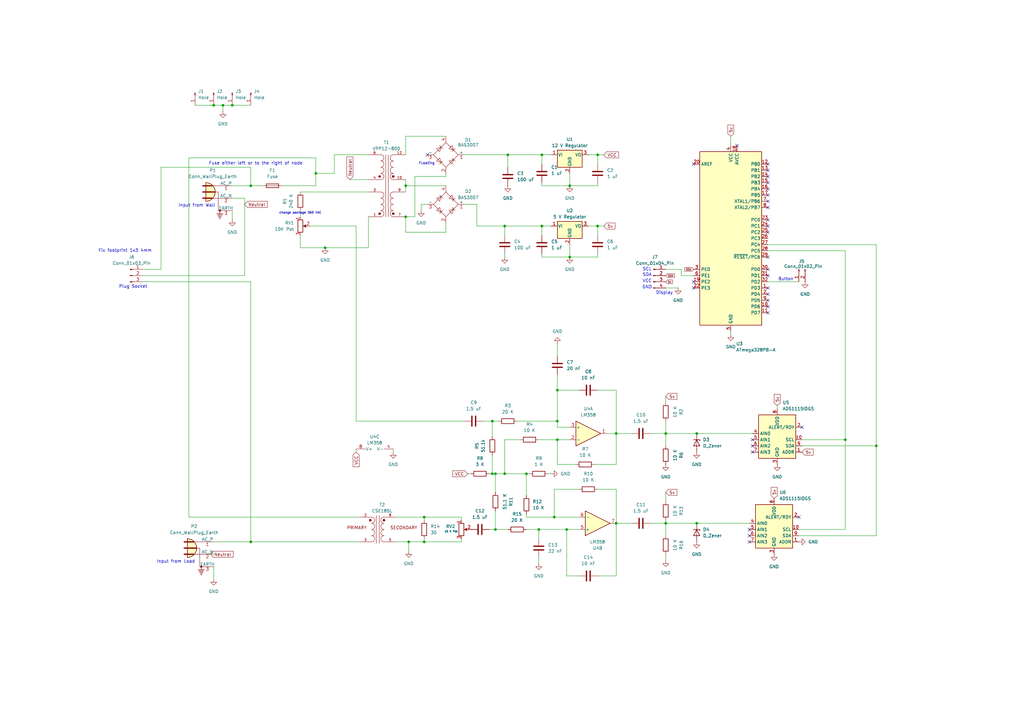
<source format=kicad_sch>
(kicad_sch (version 20231120) (generator "eeschema") (generator_version "8.0")
  (paper "A3")
  (lib_symbols
    (symbol "Amplifier_Operational:LM358" (pin_names (offset 0.127))
      (property "Reference" "U" (at 0 5.08 0))
      (property "Value" "LM358" (at 0 -5.08 0))
      (symbol "LM358_1_1"
        (pin output line (at 7.62 0 180) (length 2.54) (name "~") (number "1"))
        (pin input line (at -7.62 -2.54 0) (length 2.54) (name "-") (number "2"))
        (pin input line (at -7.62 2.54 0) (length 2.54) (name "+") (number "3"))
      )
      (symbol "LM358_2_1"
        (pin input line (at -7.62 2.54 0) (length 2.54) (name "+") (number "5"))
        (pin input line (at -7.62 -2.54 0) (length 2.54) (name "-") (number "6"))
        (pin output line (at 7.62 0 180) (length 2.54) (name "~") (number "7"))
      )
      (symbol "LM358_3_1"
        (pin power_in line (at -2.54 -7.62 90) (length 3.81) (name "V-") (number "4"))
        (pin power_in line (at -2.54 7.62 270) (length 3.81) (name "V+") (number "8"))
      )
    )
    (symbol "Analog_ADC:ADS1115IDGS"
      (property "Reference" "U" (at 2.54 13.97 0))
      (property "Value" "ADS1115IDGS" (at 7.62 11.43 0))
      (symbol "ADS1115IDGS_1_1"
        (pin input line (at 10.16 -5.08 180) (length 2.54) (name "ADDR") (number "1"))
        (pin input line (at 10.16 0 180) (length 2.54) (name "SCL") (number "10"))
        (pin output line (at 10.16 5.08 180) (length 2.54) (name "ALERT/RDY") (number "2"))
        (pin power_in line (at 0 -10.16 90) (length 2.54) (name "GND") (number "3"))
        (pin input line (at -10.16 2.54 0) (length 2.54) (name "AIN0") (number "4"))
        (pin input line (at -10.16 0 0) (length 2.54) (name "AIN1") (number "5"))
        (pin input line (at -10.16 -2.54 0) (length 2.54) (name "AIN2") (number "6"))
        (pin input line (at -10.16 -5.08 0) (length 2.54) (name "AIN3") (number "7"))
        (pin power_in line (at 0 12.7 270) (length 2.54) (name "VDD") (number "8"))
        (pin bidirectional line (at 10.16 -2.54 180) (length 2.54) (name "SDA") (number "9"))
      )
    )
    (symbol "CSE185L:CSE185L" (pin_names (offset 1.016))
      (property "Reference" "T" (at -5.0839 7.6279 0))
      (property "Value" "CSE185L" (at -5.0814 -7.6227 0))
      (symbol "CSE185L_0_0"
        (text "PRIMARY" (at -12.7 0 0) (effects (font (size 1.27 1.27)) (justify left bottom)))
        (text "SECONDARY" (at 5.08 0 0) (effects (font (size 1.27 1.27)) (justify left bottom)))
        (pin passive line (at -7.62 5.08 0) (length 5.08) (name "~") (number "2"))
        (pin passive line (at -7.62 -5.08 0) (length 5.08) (name "~") (number "3"))
        (pin passive line (at 7.62 -5.08 180) (length 5.08) (name "~") (number "5"))
        (pin passive line (at 7.62 5.08 180) (length 5.08) (name "~") (number "8"))
      )
    )
    (symbol "Connector:Conn_01x01_Pin" (pin_names (offset 1.016) hide)
      (property "Reference" "J" (at 0 2.54 0))
      (property "Value" "Conn_01x01_Pin" (at 0 -2.54 0))
      (symbol "Conn_01x01_Pin_1_1"
        (pin passive line (at 5.08 0 180) (length 3.81) (name "Pin_1") (number "1"))
      )
    )
    (symbol "Connector:Conn_01x02_Pin" (pin_names (offset 1.016) hide)
      (property "Reference" "J" (at 0 2.54 0))
      (property "Value" "Conn_01x02_Pin" (at 0 -5.08 0))
      (symbol "Conn_01x02_Pin_1_1"
        (pin passive line (at 5.08 0 180) (length 3.81) (name "Pin_1") (number "1"))
        (pin passive line (at 5.08 -2.54 180) (length 3.81) (name "Pin_2") (number "2"))
      )
    )
    (symbol "Connector:Conn_01x03_Pin" (pin_names (offset 1.016) hide)
      (property "Reference" "J" (at 0 5.08 0))
      (property "Value" "Conn_01x03_Pin" (at 0 -5.08 0))
      (symbol "Conn_01x03_Pin_1_1"
        (pin passive line (at 5.08 2.54 180) (length 3.81) (name "Pin_1") (number "1"))
        (pin passive line (at 5.08 0 180) (length 3.81) (name "Pin_2") (number "2"))
        (pin passive line (at 5.08 -2.54 180) (length 3.81) (name "Pin_3") (number "3"))
      )
    )
    (symbol "Connector:Conn_01x04_Pin" (pin_names (offset 1.016) hide)
      (property "Reference" "J" (at 0 5.08 0))
      (property "Value" "Conn_01x04_Pin" (at 0 -7.62 0))
      (symbol "Conn_01x04_Pin_1_1"
        (pin passive line (at 5.08 2.54 180) (length 3.81) (name "Pin_1") (number "1"))
        (pin passive line (at 5.08 0 180) (length 3.81) (name "Pin_2") (number "2"))
        (pin passive line (at 5.08 -2.54 180) (length 3.81) (name "Pin_3") (number "3"))
        (pin passive line (at 5.08 -5.08 180) (length 3.81) (name "Pin_4") (number "4"))
      )
    )
    (symbol "Connector:Conn_WallPlug_Earth" (pin_names (offset 0))
      (property "Reference" "P" (at 0 3.81 0))
      (property "Value" "Conn_WallPlug_Earth" (at -5.08 0 90))
      (symbol "Conn_WallPlug_Earth_1_1"
        (pin power_out line (at 7.62 2.54 180) (length 5.08) (name "AC_P") (number "1"))
        (pin power_out line (at 7.62 -2.54 180) (length 5.08) (name "AC_N") (number "2"))
        (pin passive line (at 7.62 -7.62 180) (length 5.08) (name "EARTH") (number "3"))
      )
    )
    (symbol "Device:C" (pin_numbers hide) (pin_names (offset 0.254))
      (property "Reference" "C" (at 0.635 2.54 0))
      (property "Value" "C" (at 0.635 -2.54 0))
      (symbol "C_1_1"
        (pin passive line (at 0 3.81 270) (length 2.794) (name "~") (number "1"))
        (pin passive line (at 0 -3.81 90) (length 2.794) (name "~") (number "2"))
      )
    )
    (symbol "Device:D_Zener" (pin_numbers hide) (pin_names (offset 1.016) hide)
      (property "Reference" "D" (at 0 2.54 0))
      (property "Value" "D_Zener" (at 0 -2.54 0))
      (symbol "D_Zener_1_1"
        (pin passive line (at -3.81 0 0) (length 2.54) (name "K") (number "1"))
        (pin passive line (at 3.81 0 180) (length 2.54) (name "A") (number "2"))
      )
    )
    (symbol "Device:Fuse" (pin_numbers hide) (pin_names (offset 0))
      (property "Reference" "F" (at 2.032 0 90))
      (property "Value" "Fuse" (at -1.905 0 90))
      (symbol "Fuse_1_1"
        (pin passive line (at 0 3.81 270) (length 1.27) (name "~") (number "1"))
        (pin passive line (at 0 -3.81 90) (length 1.27) (name "~") (number "2"))
      )
    )
    (symbol "Device:R" (pin_numbers hide) (pin_names (offset 0))
      (property "Reference" "R" (at 2.032 0 90))
      (property "Value" "R" (at 0 0 90))
      (symbol "R_1_1"
        (pin passive line (at 0 3.81 270) (length 1.27) (name "~") (number "1"))
        (pin passive line (at 0 -3.81 90) (length 1.27) (name "~") (number "2"))
      )
    )
    (symbol "Device:R_Potentiometer" (pin_names (offset 1.016) hide)
      (property "Reference" "RV" (at -4.445 0 90))
      (property "Value" "R_Potentiometer" (at -2.54 0 90))
      (symbol "R_Potentiometer_1_1"
        (pin passive line (at 0 3.81 270) (length 1.27) (name "1") (number "1"))
        (pin passive line (at 3.81 0 180) (length 1.27) (name "2") (number "2"))
        (pin passive line (at 0 -3.81 90) (length 1.27) (name "3") (number "3"))
      )
    )
    (symbol "Diode_Bridge:W04G" (pin_names (offset 0))
      (property "Reference" "D" (at 2.54 6.985 0))
      (property "Value" "W04G" (at 2.54 5.08 0))
      (symbol "W04G_1_1"
        (pin passive line (at 7.62 0 180) (length 2.54) (name "+") (number "1"))
        (pin passive line (at 0 -7.62 90) (length 2.54) (name "~") (number "2"))
        (pin passive line (at -7.62 0 0) (length 2.54) (name "-") (number "3"))
        (pin passive line (at 0 7.62 270) (length 2.54) (name "~") (number "4"))
      )
    )
    (symbol "MCU_Microchip_ATmega:ATmega328PB-A"
      (property "Reference" "U" (at -12.7 36.83 0))
      (property "Value" "ATmega328PB-A" (at 2.54 -36.83 0))
      (symbol "ATmega328PB-A_1_1"
        (pin bidirectional line (at 15.24 -20.32 180) (length 2.54) (name "PD3") (number "1"))
        (pin bidirectional line (at 15.24 -27.94 180) (length 2.54) (name "PD6") (number "10"))
        (pin bidirectional line (at 15.24 -30.48 180) (length 2.54) (name "PD7") (number "11"))
        (pin bidirectional line (at 15.24 30.48 180) (length 2.54) (name "PB0") (number "12"))
        (pin bidirectional line (at 15.24 27.94 180) (length 2.54) (name "PB1") (number "13"))
        (pin bidirectional line (at 15.24 25.4 180) (length 2.54) (name "PB2") (number "14"))
        (pin bidirectional line (at 15.24 22.86 180) (length 2.54) (name "PB3") (number "15"))
        (pin bidirectional line (at 15.24 20.32 180) (length 2.54) (name "PB4") (number "16"))
        (pin bidirectional line (at 15.24 17.78 180) (length 2.54) (name "PB5") (number "17"))
        (pin power_in line (at 2.54 38.1 270) (length 2.54) (name "AVCC") (number "18"))
        (pin bidirectional line (at -15.24 -17.78 0) (length 2.54) (name "PE2") (number "19"))
        (pin bidirectional line (at 15.24 -22.86 180) (length 2.54) (name "PD4") (number "2"))
        (pin passive line (at -15.24 30.48 0) (length 2.54) (name "AREF") (number "20"))
        (pin passive line (at 0 -38.1 90) (length 2.54) hide (name "GND") (number "21"))
        (pin bidirectional line (at -15.24 -20.32 0) (length 2.54) (name "PE3") (number "22"))
        (pin bidirectional line (at 15.24 7.62 180) (length 2.54) (name "PC0") (number "23"))
        (pin bidirectional line (at 15.24 5.08 180) (length 2.54) (name "PC1") (number "24"))
        (pin bidirectional line (at 15.24 2.54 180) (length 2.54) (name "PC2") (number "25"))
        (pin bidirectional line (at 15.24 0 180) (length 2.54) (name "PC3") (number "26"))
        (pin bidirectional line (at 15.24 -2.54 180) (length 2.54) (name "PC4") (number "27"))
        (pin bidirectional line (at 15.24 -5.08 180) (length 2.54) (name "PC5") (number "28"))
        (pin bidirectional line (at 15.24 -7.62 180) (length 2.54) (name "~{RESET}/PC6") (number "29"))
        (pin bidirectional line (at -15.24 -12.7 0) (length 2.54) (name "PE0") (number "3"))
        (pin bidirectional line (at 15.24 -12.7 180) (length 2.54) (name "PD0") (number "30"))
        (pin bidirectional line (at 15.24 -15.24 180) (length 2.54) (name "PD1") (number "31"))
        (pin bidirectional line (at 15.24 -17.78 180) (length 2.54) (name "PD2") (number "32"))
        (pin power_in line (at 0 38.1 270) (length 2.54) (name "VCC") (number "4"))
        (pin power_in line (at 0 -38.1 90) (length 2.54) (name "GND") (number "5"))
        (pin bidirectional line (at -15.24 -15.24 0) (length 2.54) (name "PE1") (number "6"))
        (pin bidirectional line (at 15.24 15.24 180) (length 2.54) (name "XTAL1/PB6") (number "7"))
        (pin bidirectional line (at 15.24 12.7 180) (length 2.54) (name "XTAL2/PB7") (number "8"))
        (pin bidirectional line (at 15.24 -25.4 180) (length 2.54) (name "PD5") (number "9"))
      )
    )
    (symbol "Regulator_Linear:LF15_TO220" (pin_names (offset 0.254))
      (property "Reference" "U" (at -3.81 3.175 0))
      (property "Value" "LF15_TO220" (at 0 3.175 0))
      (symbol "LF15_TO220_1_1"
        (pin power_in line (at -7.62 0 0) (length 2.54) (name "VI") (number "1"))
        (pin power_in line (at 0 -7.62 90) (length 2.54) (name "GND") (number "2"))
        (pin power_out line (at 7.62 0 180) (length 2.54) (name "VO") (number "3"))
      )
    )
    (symbol "VPP12-800:VPP12-800" (pin_names (offset 1.016))
      (property "Reference" "T" (at -5.0839 15.2479 0))
      (property "Value" "VPP12-800" (at -5.0814 -17.7827 0))
      (symbol "VPP12-800_0_0"
        (pin passive line (at -7.62 -12.7 0) (length 5.08) (name "~") (number "1"))
        (pin passive line (at 7.62 2.54 180) (length 5.08) (name "~") (number "10"))
        (pin passive line (at 7.62 12.7 180) (length 5.08) (name "~") (number "12"))
        (pin passive line (at -7.62 -2.54 0) (length 5.08) (name "~") (number "3"))
        (pin passive line (at -7.62 2.54 0) (length 5.08) (name "~") (number "4"))
        (pin passive line (at -7.62 12.7 0) (length 5.08) (name "~") (number "6"))
        (pin passive line (at 7.62 -12.7 180) (length 5.08) (name "~") (number "7"))
        (pin passive line (at 7.62 -2.54 180) (length 5.08) (name "~") (number "9"))
      )
    )
    (symbol "power:GND" (power) (pin_numbers hide) (pin_names (offset 0) hide)
      (property "Value" "GND" (at 0 -3.81 0))
      (symbol "GND_1_1"
        (pin power_in line (at 0 0 270) (length 0) (name "~") (number "1"))
      )
    )
  )
  (junction (at 201.93 194.31))
  (junction (at 201.93 172.72))
  (junction (at 133.35 101.6))
  (junction (at 208.28 63.5))
  (junction (at 222.25 63.5))
  (junction (at 220.98 217.17))
  (junction (at 228.6 180.34))
  (junction (at 359.41 182.88))
  (junction (at 102.87 222.25))
  (junction (at 129.54 71.12))
  (junction (at 273.05 214.63))
  (junction (at 207.01 194.31))
  (junction (at 273.05 177.8))
  (junction (at 166.37 88.9))
  (junction (at 228.6 172.72))
  (junction (at 173.99 212.09))
  (junction (at 87.63 43.18))
  (junction (at 102.87 76.2))
  (junction (at 252.73 177.8))
  (junction (at 245.11 63.5))
  (junction (at 203.2 217.17))
  (junction (at 207.01 92.71))
  (junction (at 285.75 177.8))
  (junction (at 167.64 222.25))
  (junction (at 203.2 194.31))
  (junction (at 232.41 217.17))
  (junction (at 233.68 105.41))
  (junction (at 285.75 214.63))
  (junction (at 227.33 212.09))
  (junction (at 166.37 76.2))
  (junction (at 245.11 92.71))
  (junction (at 95.25 43.18))
  (junction (at 228.6 160.02))
  (junction (at 215.9 194.31))
  (junction (at 233.68 76.2))
  (junction (at 252.73 214.63))
  (junction (at 173.99 222.25))
  (junction (at 346.71 180.34))
  (junction (at 91.44 43.18))
  (junction (at 222.25 92.71))
  (no_connect (at 314.96 74.93))
  (no_connect (at 327.66 212.09))
  (no_connect (at 314.96 113.03))
  (no_connect (at 284.48 115.57))
  (no_connect (at 284.48 118.11))
  (no_connect (at 308.61 185.42))
  (no_connect (at 314.96 95.25))
  (no_connect (at 314.96 110.49))
  (no_connect (at 308.61 182.88))
  (no_connect (at 284.48 67.31))
  (no_connect (at 328.93 175.26))
  (no_connect (at 314.96 90.17))
  (no_connect (at 307.34 217.17))
  (no_connect (at 314.96 123.19))
  (no_connect (at 175.26 63.5))
  (no_connect (at 307.34 222.25))
  (no_connect (at 308.61 180.34))
  (no_connect (at 314.96 67.31))
  (no_connect (at 314.96 92.71))
  (no_connect (at 314.96 105.41))
  (no_connect (at 314.96 118.11))
  (no_connect (at 314.96 120.65))
  (no_connect (at 314.96 72.39))
  (no_connect (at 314.96 128.27))
  (no_connect (at 307.34 219.71))
  (no_connect (at 314.96 125.73))
  (no_connect (at 302.26 59.69))
  (no_connect (at 314.96 82.55))
  (no_connect (at 314.96 80.01))
  (no_connect (at 314.96 69.85))
  (no_connect (at 314.96 77.47))
  (no_connect (at 314.96 85.09))
  (wire (pts (xy 243.84 190.5) (xy 252.73 190.5)))
  (wire (pts (xy 299.72 55.88) (xy 299.72 59.69)))
  (wire (pts (xy 207.01 194.31) (xy 207.01 180.34)))
  (wire (pts (xy 166.37 63.5) (xy 166.37 55.88)))
  (wire (pts (xy 172.72 83.82) (xy 172.72 86.36)))
  (wire (pts (xy 102.87 115.57) (xy 58.42 115.57)))
  (wire (pts (xy 232.41 217.17) (xy 232.41 236.22)))
  (wire (pts (xy 129.54 76.2) (xy 129.54 71.12)))
  (wire (pts (xy 273.05 172.72) (xy 273.05 177.8)))
  (wire (pts (xy 359.41 100.33) (xy 359.41 182.88)))
  (wire (pts (xy 66.04 68.58) (xy 66.04 110.49)))
  (wire (pts (xy 143.51 73.66) (xy 151.13 73.66)))
  (wire (pts (xy 166.37 95.25) (xy 182.88 95.25)))
  (wire (pts (xy 346.71 180.34) (xy 328.93 180.34)))
  (wire (pts (xy 166.37 55.88) (xy 182.88 55.88)))
  (wire (pts (xy 201.93 172.72) (xy 204.47 172.72)))
  (wire (pts (xy 222.25 92.71) (xy 226.06 92.71)))
  (wire (pts (xy 189.23 220.98) (xy 189.23 222.25)))
  (wire (pts (xy 252.73 190.5) (xy 252.73 177.8)))
  (wire (pts (xy 173.99 212.09) (xy 189.23 212.09)))
  (wire (pts (xy 195.58 92.71) (xy 207.01 92.71)))
  (wire (pts (xy 222.25 63.5) (xy 226.06 63.5)))
  (wire (pts (xy 220.98 217.17) (xy 220.98 220.98)))
  (wire (pts (xy 201.93 194.31) (xy 203.2 194.31)))
  (wire (pts (xy 102.87 222.25) (xy 102.87 115.57)))
  (wire (pts (xy 346.71 102.87) (xy 314.96 102.87)))
  (wire (pts (xy 228.6 172.72) (xy 228.6 175.26)))
  (wire (pts (xy 127 92.71) (xy 146.05 92.71)))
  (wire (pts (xy 207.01 96.52) (xy 207.01 92.71)))
  (wire (pts (xy 273.05 177.8) (xy 285.75 177.8)))
  (wire (pts (xy 133.35 101.6) (xy 151.13 101.6)))
  (wire (pts (xy 190.5 83.82) (xy 195.58 83.82)))
  (wire (pts (xy 175.26 83.82) (xy 172.72 83.82)))
  (wire (pts (xy 215.9 212.09) (xy 215.9 210.82)))
  (wire (pts (xy 58.42 110.49) (xy 66.04 110.49)))
  (wire (pts (xy 327.66 219.71) (xy 359.41 219.71)))
  (wire (pts (xy 346.71 102.87) (xy 346.71 180.34)))
  (wire (pts (xy 200.66 194.31) (xy 201.93 194.31)))
  (wire (pts (xy 227.33 200.66) (xy 237.49 200.66)))
  (wire (pts (xy 200.66 217.17) (xy 203.2 217.17)))
  (wire (pts (xy 146.05 185.42) (xy 146.05 184.15)))
  (wire (pts (xy 273.05 177.8) (xy 273.05 182.88)))
  (wire (pts (xy 166.37 95.25) (xy 166.37 88.9)))
  (wire (pts (xy 273.05 227.33) (xy 273.05 229.87)))
  (wire (pts (xy 203.2 209.55) (xy 203.2 217.17)))
  (wire (pts (xy 95.25 76.2) (xy 102.87 76.2)))
  (wire (pts (xy 87.63 222.25) (xy 102.87 222.25)))
  (wire (pts (xy 252.73 214.63) (xy 259.08 214.63)))
  (wire (pts (xy 161.29 184.15) (xy 161.29 185.42)))
  (wire (pts (xy 123.19 78.74) (xy 151.13 78.74)))
  (wire (pts (xy 222.25 63.5) (xy 222.25 67.31)))
  (wire (pts (xy 245.11 76.2) (xy 245.11 74.93)))
  (wire (pts (xy 278.13 118.11) (xy 273.05 118.11)))
  (wire (pts (xy 166.37 73.66) (xy 166.37 76.2)))
  (wire (pts (xy 137.16 63.5) (xy 151.13 63.5)))
  (wire (pts (xy 245.11 105.41) (xy 245.11 104.14)))
  (wire (pts (xy 146.05 92.71) (xy 146.05 172.72)))
  (wire (pts (xy 273.05 110.49) (xy 279.4 110.49)))
  (wire (pts (xy 227.33 212.09) (xy 227.33 200.66)))
  (wire (pts (xy 215.9 212.09) (xy 227.33 212.09)))
  (wire (pts (xy 189.23 212.09) (xy 189.23 213.36)))
  (wire (pts (xy 166.37 88.9) (xy 170.18 88.9)))
  (wire (pts (xy 273.05 213.36) (xy 273.05 214.63)))
  (wire (pts (xy 91.44 43.18) (xy 95.25 43.18)))
  (wire (pts (xy 266.7 177.8) (xy 273.05 177.8)))
  (wire (pts (xy 328.93 182.88) (xy 359.41 182.88)))
  (wire (pts (xy 314.96 115.57) (xy 327.66 115.57)))
  (wire (pts (xy 245.11 200.66) (xy 252.73 200.66)))
  (wire (pts (xy 102.87 68.58) (xy 102.87 76.2)))
  (wire (pts (xy 247.65 92.71) (xy 245.11 92.71)))
  (wire (pts (xy 327.66 217.17) (xy 346.71 217.17)))
  (wire (pts (xy 228.6 153.67) (xy 228.6 160.02)))
  (wire (pts (xy 203.2 194.31) (xy 207.01 194.31)))
  (wire (pts (xy 232.41 236.22) (xy 237.49 236.22)))
  (wire (pts (xy 129.54 71.12) (xy 129.54 64.77)))
  (wire (pts (xy 233.68 105.41) (xy 245.11 105.41)))
  (wire (pts (xy 190.5 63.5) (xy 208.28 63.5)))
  (wire (pts (xy 273.05 214.63) (xy 285.75 214.63)))
  (wire (pts (xy 203.2 194.31) (xy 203.2 201.93)))
  (wire (pts (xy 95.25 43.18) (xy 102.87 43.18)))
  (wire (pts (xy 222.25 74.93) (xy 222.25 76.2)))
  (wire (pts (xy 233.68 100.33) (xy 233.68 105.41)))
  (wire (pts (xy 123.19 101.6) (xy 133.35 101.6)))
  (wire (pts (xy 220.98 180.34) (xy 228.6 180.34)))
  (wire (pts (xy 228.6 180.34) (xy 233.68 180.34)))
  (wire (pts (xy 222.25 105.41) (xy 222.25 104.14)))
  (wire (pts (xy 232.41 217.17) (xy 237.49 217.17)))
  (wire (pts (xy 220.98 231.14) (xy 220.98 228.6)))
  (wire (pts (xy 80.01 43.18) (xy 87.63 43.18)))
  (wire (pts (xy 233.68 76.2) (xy 245.11 76.2)))
  (wire (pts (xy 170.18 72.39) (xy 182.88 72.39)))
  (wire (pts (xy 95.25 81.28) (xy 100.33 81.28)))
  (wire (pts (xy 273.05 201.93) (xy 273.05 205.74)))
  (wire (pts (xy 224.79 194.31) (xy 226.06 194.31)))
  (wire (pts (xy 245.11 92.71) (xy 241.3 92.71)))
  (wire (pts (xy 346.71 217.17) (xy 346.71 180.34)))
  (wire (pts (xy 217.17 194.31) (xy 215.9 194.31)))
  (wire (pts (xy 245.11 92.71) (xy 245.11 96.52)))
  (wire (pts (xy 203.2 217.17) (xy 208.28 217.17)))
  (wire (pts (xy 166.37 76.2) (xy 166.37 78.74)))
  (wire (pts (xy 87.63 43.18) (xy 91.44 43.18)))
  (wire (pts (xy 252.73 177.8) (xy 259.08 177.8)))
  (wire (pts (xy 222.25 92.71) (xy 222.25 96.52)))
  (wire (pts (xy 189.23 222.25) (xy 173.99 222.25)))
  (wire (pts (xy 266.7 214.63) (xy 273.05 214.63)))
  (wire (pts (xy 123.19 86.36) (xy 123.19 88.9)))
  (wire (pts (xy 167.64 222.25) (xy 167.64 226.06)))
  (wire (pts (xy 215.9 217.17) (xy 220.98 217.17)))
  (wire (pts (xy 198.12 172.72) (xy 201.93 172.72)))
  (wire (pts (xy 273.05 214.63) (xy 273.05 219.71)))
  (wire (pts (xy 245.11 236.22) (xy 252.73 236.22)))
  (wire (pts (xy 102.87 222.25) (xy 147.32 222.25)))
  (wire (pts (xy 228.6 180.34) (xy 228.6 190.5)))
  (wire (pts (xy 182.88 72.39) (xy 182.88 71.12)))
  (wire (pts (xy 245.11 67.31) (xy 245.11 63.5)))
  (wire (pts (xy 212.09 172.72) (xy 228.6 172.72)))
  (wire (pts (xy 228.6 160.02) (xy 237.49 160.02)))
  (wire (pts (xy 173.99 212.09) (xy 173.99 213.36)))
  (wire (pts (xy 100.33 81.28) (xy 100.33 113.03)))
  (wire (pts (xy 100.33 113.03) (xy 58.42 113.03)))
  (wire (pts (xy 123.19 96.52) (xy 123.19 101.6)))
  (wire (pts (xy 129.54 71.12) (xy 137.16 71.12)))
  (wire (pts (xy 182.88 95.25) (xy 182.88 91.44)))
  (wire (pts (xy 208.28 63.5) (xy 208.28 68.58)))
  (wire (pts (xy 162.56 212.09) (xy 173.99 212.09)))
  (wire (pts (xy 245.11 63.5) (xy 247.65 63.5)))
  (wire (pts (xy 207.01 92.71) (xy 222.25 92.71)))
  (wire (pts (xy 252.73 214.63) (xy 252.73 236.22)))
  (wire (pts (xy 233.68 175.26) (xy 228.6 175.26)))
  (wire (pts (xy 359.41 100.33) (xy 314.96 100.33)))
  (wire (pts (xy 208.28 63.5) (xy 222.25 63.5)))
  (wire (pts (xy 87.63 232.41) (xy 87.63 237.49)))
  (wire (pts (xy 95.25 86.36) (xy 95.25 90.17)))
  (wire (pts (xy 222.25 105.41) (xy 233.68 105.41)))
  (wire (pts (xy 233.68 71.12) (xy 233.68 76.2)))
  (wire (pts (xy 273.05 162.56) (xy 273.05 165.1)))
  (wire (pts (xy 91.44 43.18) (xy 91.44 45.72)))
  (wire (pts (xy 359.41 219.71) (xy 359.41 182.88)))
  (wire (pts (xy 167.64 222.25) (xy 162.56 222.25)))
  (wire (pts (xy 166.37 76.2) (xy 182.88 76.2)))
  (wire (pts (xy 285.75 214.63) (xy 307.34 214.63)))
  (wire (pts (xy 220.98 217.17) (xy 232.41 217.17)))
  (wire (pts (xy 129.54 64.77) (xy 77.47 64.77)))
  (wire (pts (xy 207.01 180.34) (xy 213.36 180.34)))
  (wire (pts (xy 279.4 110.49) (xy 279.4 113.03)))
  (wire (pts (xy 215.9 194.31) (xy 215.9 203.2)))
  (wire (pts (xy 252.73 177.8) (xy 252.73 160.02)))
  (wire (pts (xy 201.93 172.72) (xy 201.93 179.07)))
  (wire (pts (xy 252.73 200.66) (xy 252.73 214.63)))
  (wire (pts (xy 87.63 227.33) (xy 86.36 227.33)))
  (wire (pts (xy 207.01 194.31) (xy 215.9 194.31)))
  (wire (pts (xy 191.77 194.31) (xy 193.04 194.31)))
  (wire (pts (xy 285.75 177.8) (xy 308.61 177.8)))
  (wire (pts (xy 252.73 160.02) (xy 245.11 160.02)))
  (wire (pts (xy 66.04 68.58) (xy 102.87 68.58)))
  (wire (pts (xy 173.99 222.25) (xy 167.64 222.25)))
  (wire (pts (xy 222.25 76.2) (xy 233.68 76.2)))
  (wire (pts (xy 151.13 101.6) (xy 151.13 88.9)))
  (wire (pts (xy 173.99 220.98) (xy 173.99 222.25)))
  (wire (pts (xy 227.33 212.09) (xy 237.49 212.09)))
  (wire (pts (xy 228.6 140.97) (xy 228.6 146.05)))
  (wire (pts (xy 201.93 186.69) (xy 201.93 194.31)))
  (wire (pts (xy 228.6 190.5) (xy 236.22 190.5)))
  (wire (pts (xy 252.73 177.8) (xy 248.92 177.8)))
  (wire (pts (xy 115.57 76.2) (xy 129.54 76.2)))
  (wire (pts (xy 137.16 71.12) (xy 137.16 63.5)))
  (wire (pts (xy 77.47 212.09) (xy 147.32 212.09)))
  (wire (pts (xy 146.05 172.72) (xy 190.5 172.72)))
  (wire (pts (xy 102.87 76.2) (xy 107.95 76.2)))
  (wire (pts (xy 318.77 166.37) (xy 318.77 167.64)))
  (wire (pts (xy 170.18 88.9) (xy 170.18 72.39)))
  (wire (pts (xy 195.58 83.82) (xy 195.58 92.71)))
  (wire (pts (xy 207.01 105.41) (xy 207.01 104.14)))
  (wire (pts (xy 228.6 160.02) (xy 228.6 172.72)))
  (wire (pts (xy 245.11 63.5) (xy 241.3 63.5)))
  (wire (pts (xy 77.47 64.77) (xy 77.47 212.09)))
  (wire (pts (xy 299.72 137.16) (xy 299.72 135.89)))
  (wire (pts (xy 279.4 113.03) (xy 284.48 113.03)))
  (text "SDA\n" (at 265.43 112.776 0) (effects (font (size 1.27 1.27))))
  (text "change package 360 VAC" (at 123.19 87.376 0) (effects (font (size 0.889 0.889))))
  (text "Plug Socket\n" (at 54.61 117.602 0) (effects (font (size 1.27 1.27))))
  (text "Button" (at 322.326 114.554 0) (effects (font (size 1.27 1.27))))
  (text "SCL\n" (at 265.43 110.49 0) (effects (font (size 1.27 1.27))))
  (text "Fuse either left or to the right of node\n" (at 104.902 67.056 0) (effects (font (size 1.27 1.27))))
  (text "Input from Wall" (at 80.772 84.328 0) (effects (font (size 1.27 1.27))))
  (text "VCC\n" (at 265.43 115.316 0) (effects (font (size 1.27 1.27))))
  (text "GND\n" (at 265.43 117.856 0) (effects (font (size 1.27 1.27))))
  (text "FLoating\n" (at 175.006 67.056 0) (effects (font (size 1.016 1.016))))
  (text "Fix footprint 1x3 4mm\n" (at 51.308 102.87 0) (effects (font (size 1.27 1.27))))
  (text "Display\n" (at 272.542 120.142 0) (effects (font (size 1.27 1.27))))
  (text "Input from Load\n" (at 72.136 230.378 0) (effects (font (size 1.27 1.27))))
  (global_label "5v" (shape input) (at 318.77 166.37 90) (property "Intersheetrefs" "${INTERSHEET_REFS}" (effects (hide yes))))
  (global_label "SDA" (shape input) (at 273.05 113.03 0) (effects (font (size 0.762 0.762))) (property "Intersheetrefs" "${INTERSHEET_REFS}" (effects (hide yes))))
  (global_label "5v" (shape input) (at 328.93 185.42 0) (property "Intersheetrefs" "${INTERSHEET_REFS}" (effects (hide yes))))
  (global_label "Neutral" (shape input) (at 100.33 83.82 0) (property "Intersheetrefs" "${INTERSHEET_REFS}" (effects (hide yes))))
  (global_label "5v" (shape input) (at 247.65 92.71 0) (property "Intersheetrefs" "${INTERSHEET_REFS}" (effects (hide yes))))
  (global_label "Neutral" (shape input) (at 86.36 227.33 0) (property "Intersheetrefs" "${INTERSHEET_REFS}" (effects (hide yes))))
  (global_label "VCC" (shape input) (at 191.77 194.31 180) (property "Intersheetrefs" "${INTERSHEET_REFS}" (effects (hide yes))))
  (global_label "VCC" (shape input) (at 247.65 63.5 0) (property "Intersheetrefs" "${INTERSHEET_REFS}" (effects (hide yes))))
  (global_label "SDA" (shape input) (at 284.48 110.49 180) (effects (font (size 0.762 0.762))) (property "Intersheetrefs" "${INTERSHEET_REFS}" (effects (hide yes))))
  (global_label "Neutral" (shape input) (at 143.51 73.66 90) (property "Intersheetrefs" "${INTERSHEET_REFS}" (effects (hide yes))))
  (global_label "5v" (shape input) (at 299.72 55.88 90) (property "Intersheetrefs" "${INTERSHEET_REFS}" (effects (hide yes))))
  (global_label "5v" (shape input) (at 317.5 204.47 90) (property "Intersheetrefs" "${INTERSHEET_REFS}" (effects (hide yes))))
  (global_label "5v" (shape input) (at 273.05 201.93 0) (property "Intersheetrefs" "${INTERSHEET_REFS}" (effects (hide yes))))
  (global_label "VCC" (shape input) (at 146.05 185.42 270) (property "Intersheetrefs" "${INTERSHEET_REFS}" (effects (hide yes))))
  (global_label "5v" (shape input) (at 273.05 162.56 0) (property "Intersheetrefs" "${INTERSHEET_REFS}" (effects (hide yes))))
  (global_label "5v" (shape input) (at 273.05 115.57 0) (effects (font (size 0.762 0.762))) (property "Intersheetrefs" "${INTERSHEET_REFS}" (effects (hide yes))))
  (symbol (lib_id "power:GND") (at 161.29 185.42 0) (unit 1)
    (property "Reference" "#PWR011" (effects (hide yes)))
    (property "Value" "GND" (at 161.29 190.5 0))
    (property "Description" "Power symbol creates a global label with name \"GND\" , ground" (effects (hide yes)))
  )
  (symbol (lib_id "Connector:Conn_01x01_Pin") (at 95.25 38.1 270) (unit 1)
    (property "Reference" "J3" (at 96.52 37.4649 90) (effects (justify left)))
    (property "Value" "Hole" (at 96.52 40.0049 90) (effects (justify left)))
    (property "Footprint" "Connector_Wire:SolderWire-2sqmm_1x01_D2mm_OD3.9mm" (effects (hide yes)))
    (property "Description" "Generic connector, single row, 01x01, script generated" (effects (hide yes)))
  )
  (symbol (lib_id "Device:Fuse") (at 111.76 76.2 90) (unit 1)
    (property "Reference" "F1" (at 111.76 69.85 90))
    (property "Value" "Fuse" (at 111.76 72.39 90))
    (property "Footprint" "Fuse:Fuseholder_Keystone_3555-2" (effects (hide yes)))
    (property "Description" "Fuse" (effects (hide yes)))
  )
  (symbol (lib_id "Connector:Conn_01x01_Pin") (at 102.87 38.1 270) (unit 1)
    (property "Reference" "J4" (at 104.14 37.4649 90) (effects (justify left)))
    (property "Value" "Hole" (at 104.14 40.0049 90) (effects (justify left)))
    (property "Footprint" "Connector_Wire:SolderWire-2sqmm_1x01_D2mm_OD3.9mm" (effects (hide yes)))
    (property "Description" "Generic connector, single row, 01x01, script generated" (effects (hide yes)))
  )
  (symbol (lib_id "CSE185L:CSE185L") (at 154.94 217.17 0) (unit 1)
    (property "Reference" "T2" (at 156.7445 207.01 0))
    (property "Value" "CSE185L" (at 156.7445 209.55 0))
    (property "Footprint" "Custom Transformers:XFMR_CSE185L" (effects (hide yes)))
    (property "PARTREV" "N/A" (effects (hide yes)))
    (property "MANUFACTURER" "TRIAD" (effects (hide yes)))
    (property "STANDARD" "Manufacturer Recommendation" (effects (hide yes)))
  )
  (symbol (lib_id "power:GND") (at 133.35 101.6 0) (unit 1)
    (property "Reference" "#PWR023" (effects (hide yes)))
    (property "Value" "GND" (at 133.35 106.68 0))
    (property "Description" "Power symbol creates a global label with name \"GND\" , ground" (effects (hide yes)))
  )
  (symbol (lib_id "Device:R") (at 208.28 172.72 90) (unit 1)
    (property "Reference" "R3" (at 208.28 166.37 90))
    (property "Value" "20 K" (at 208.28 168.91 90))
    (property "Footprint" "Resistor_SMD:R_0603_1608Metric" (effects (hide yes)))
    (property "Description" "Resistor" (effects (hide yes)))
  )
  (symbol (lib_id "Diode_Bridge:W04G") (at 182.88 63.5 0) (unit 1)
    (property "Reference" "D1" (at 192.024 57.404 0))
    (property "Value" "BAS3007" (at 192.024 59.436 0))
    (property "Footprint" "Package_TO_SOT_SMD:SOT-143" (effects (hide yes)))
    (property "Datasheet" "https://www.vishay.com/docs/88769/woo5g.pdf" (effects (hide yes)))
    (property "Description" "Glass Passivated Single-Phase Bridge Rectifier, 280V Vrms, 1.5A If, WOG package" (effects (hide yes)))
  )
  (symbol (lib_id "Connector:Conn_01x01_Pin") (at 80.01 38.1 270) (unit 1)
    (property "Reference" "J1" (at 81.28 37.4649 90) (effects (justify left)))
    (property "Value" "Hole" (at 81.28 40.0049 90) (effects (justify left)))
    (property "Footprint" "Connector_Wire:SolderWire-2sqmm_1x01_D2mm_OD3.9mm" (effects (hide yes)))
    (property "Description" "Generic connector, single row, 01x01, script generated" (effects (hide yes)))
  )
  (symbol (lib_id "Device:C") (at 222.25 71.12 0) (unit 1)
    (property "Reference" "C1" (at 226.06 68.5799 0) (effects (justify left)))
    (property "Value" "1 uF" (at 226.06 71.1199 0) (effects (justify left)))
    (property "Footprint" "Capacitor_SMD:C_0805_2012Metric_Pad1.18x1.45mm_HandSolder" (effects (hide yes)))
    (property "Description" "Unpolarized capacitor" (effects (hide yes)))
  )
  (symbol (lib_id "Analog_ADC:ADS1115IDGS") (at 318.77 180.34 0) (unit 1)
    (property "Reference" "U5" (at 320.9641 165.1 0) (effects (justify left)))
    (property "Value" "ADS1115IDGS" (at 320.9641 167.64 0) (effects (justify left)))
    (property "Footprint" "Package_SO:VSSOP-10_3x3mm_P0.5mm" (effects (hide yes)))
    (property "Datasheet" "http://www.ti.com/lit/ds/symlink/ads1113.pdf" (effects (hide yes)))
    (property "Description" "Ultra-Small, Low-Power, I2C-Compatible, 860-SPS, 16-Bit ADCs With Internal Reference, Oscillator, and Programmable Comparator, VSSOP-10" (effects (hide yes)))
  )
  (symbol (lib_id "power:GND") (at 285.75 222.25 0) (unit 1)
    (property "Reference" "#PWR016" (effects (hide yes)))
    (property "Value" "GND" (at 285.75 227.33 0))
    (property "Description" "Power symbol creates a global label with name \"GND\" , ground" (effects (hide yes)))
  )
  (symbol (lib_id "power:GND") (at 95.25 90.17 0) (unit 1)
    (property "Reference" "#PWR05" (effects (hide yes)))
    (property "Value" "GND" (at 95.25 95.25 0))
    (property "Description" "Power symbol creates a global label with name \"GND\" , ground" (effects (hide yes)))
  )
  (symbol (lib_id "Regulator_Linear:LF15_TO220") (at 233.68 92.71 0) (unit 1)
    (property "Reference" "U2" (at 233.68 86.36 0))
    (property "Value" "5 V Regulator" (at 233.68 88.9 0))
    (property "Footprint" "Package_TO_SOT_THT:TO-220-3_Vertical" (effects (hide yes)))
    (property "Datasheet" "http://www.st.com/content/ccc/resource/technical/document/datasheet/c4/0e/7e/2a/be/bc/4c/bd/CD00000546.pdf/files/CD00000546.pdf/jcr:content/translations/en.CD00000546.pdf" (effects (hide yes)))
    (property "Description" "Low-drop Voltage Regulator, Io up to 500mA, Fixed Vo 1.5V, TO-220" (effects (hide yes)))
  )
  (symbol (lib_id "power:GND") (at 273.05 229.87 0) (unit 1)
    (property "Reference" "#PWR020" (effects (hide yes)))
    (property "Value" "GND" (at 273.05 234.95 0))
    (property "Description" "Power symbol creates a global label with name \"GND\" , ground" (effects (hide yes)))
  )
  (symbol (lib_id "Connector:Conn_01x01_Pin") (at 87.63 38.1 270) (unit 1)
    (property "Reference" "J2" (at 88.9 37.4649 90) (effects (justify left)))
    (property "Value" "Hole" (at 88.9 40.0049 90) (effects (justify left)))
    (property "Footprint" "Connector_Wire:SolderWire-2sqmm_1x01_D2mm_OD3.9mm" (effects (hide yes)))
    (property "Description" "Generic connector, single row, 01x01, script generated" (effects (hide yes)))
  )
  (symbol (lib_id "Device:C") (at 207.01 100.33 0) (unit 1)
    (property "Reference" "C4" (at 210.82 99.0599 0) (effects (justify left)))
    (property "Value" "100 uF" (at 210.82 101.5999 0) (effects (justify left)))
    (property "Footprint" "Capacitor_THT:CP_Radial_D10.0mm_P5.00mm" (effects (hide yes)))
    (property "Description" "Unpolarized capacitor" (effects (hide yes)))
  )
  (symbol (lib_id "Device:C") (at 208.28 72.39 0) (unit 1)
    (property "Reference" "C3" (at 212.09 71.1199 0) (effects (justify left)))
    (property "Value" "100 uF" (at 212.09 73.6599 0) (effects (justify left)))
    (property "Footprint" "Capacitor_THT:CP_Radial_D10.0mm_P5.00mm" (effects (hide yes)))
    (property "Description" "Unpolarized capacitor" (effects (hide yes)))
  )
  (symbol (lib_id "power:GND") (at 327.66 222.25 90) (unit 1)
    (property "Reference" "#PWR017" (effects (hide yes)))
    (property "Value" "GND" (at 331.47 222.2499 90) (effects (justify right)))
    (property "Description" "Power symbol creates a global label with name \"GND\" , ground" (effects (hide yes)))
  )
  (symbol (lib_id "Device:R") (at 273.05 209.55 0) (unit 1)
    (property "Reference" "R13" (at 279.4 209.55 90))
    (property "Value" "10 K" (at 276.86 209.55 90))
    (property "Footprint" "Resistor_SMD:R_0603_1608Metric" (effects (hide yes)))
    (property "Description" "Resistor" (effects (hide yes)))
  )
  (symbol (lib_id "Device:R") (at 123.19 82.55 180) (unit 1)
    (property "Reference" "R1" (at 116.84 82.55 90))
    (property "Value" "240 K" (at 119.38 82.55 90))
    (property "Footprint" "Resistor_SMD:R_0603_1608Metric" (effects (hide yes)))
    (property "Description" "Resistor" (effects (hide yes)))
  )
  (symbol (lib_id "Device:C") (at 196.85 217.17 90) (unit 1)
    (property "Reference" "C12" (at 196.85 209.55 90))
    (property "Value" "1.5 uF" (at 196.85 212.09 90))
    (property "Footprint" "Capacitor_SMD:C_0805_2012Metric_Pad1.18x1.45mm_HandSolder" (effects (hide yes)))
    (property "Description" "Unpolarized capacitor" (effects (hide yes)))
  )
  (symbol (lib_id "Device:R") (at 217.17 180.34 90) (unit 1)
    (property "Reference" "R4" (at 217.17 173.99 90))
    (property "Value" "10 K" (at 217.17 176.53 90))
    (property "Footprint" "Resistor_SMD:R_0603_1608Metric" (effects (hide yes)))
    (property "Description" "Resistor" (effects (hide yes)))
  )
  (symbol (lib_id "MCU_Microchip_ATmega:ATmega328PB-A") (at 299.72 97.79 0) (unit 1)
    (property "Reference" "U3" (at 301.9141 140.97 0) (effects (justify left)))
    (property "Value" "ATmega328PB-A" (at 301.9141 143.51 0) (effects (justify left)))
    (property "Footprint" "Package_QFP:TQFP-32_7x7mm_P0.8mm" (effects (hide yes)))
    (property "Datasheet" "http://ww1.microchip.com/downloads/en/DeviceDoc/40001906C.pdf" (effects (hide yes)))
    (property "Description" "20MHz, 32kB Flash, 2kB SRAM, 1kB EEPROM, TQFP-32" (effects (hide yes)))
  )
  (symbol (lib_id "power:GND") (at 233.68 76.2 0) (unit 1)
    (property "Reference" "#PWR03" (effects (hide yes)))
    (property "Value" "GND" (at 233.68 81.28 0))
    (property "Description" "Power symbol creates a global label with name \"GND\" , ground" (effects (hide yes)))
  )
  (symbol (lib_id "power:GND") (at 220.98 231.14 0) (unit 1)
    (property "Reference" "#PWR021" (effects (hide yes)))
    (property "Value" "GND" (at 220.98 236.22 0))
    (property "Description" "Power symbol creates a global label with name \"GND\" , ground" (effects (hide yes)))
  )
  (symbol (lib_id "Device:C") (at 245.11 71.12 0) (unit 1)
    (property "Reference" "C2" (at 248.92 69.8499 0) (effects (justify left)))
    (property "Value" "1 uF" (at 248.92 72.3899 0) (effects (justify left)))
    (property "Footprint" "Capacitor_SMD:C_0805_2012Metric_Pad1.18x1.45mm_HandSolder" (effects (hide yes)))
    (property "Description" "Unpolarized capacitor" (effects (hide yes)))
  )
  (symbol (lib_id "power:GND") (at 285.75 185.42 0) (unit 1)
    (property "Reference" "#PWR012" (effects (hide yes)))
    (property "Value" "GND" (at 285.75 190.5 0))
    (property "Description" "Power symbol creates a global label with name \"GND\" , ground" (effects (hide yes)))
  )
  (symbol (lib_id "Device:R") (at 215.9 207.01 180) (unit 1)
    (property "Reference" "R12" (at 218.44 205.7399 0) (effects (justify right)))
    (property "Value" "10 K" (at 218.44 208.2799 0) (effects (justify right)))
    (property "Footprint" "Resistor_SMD:R_0603_1608Metric" (effects (hide yes)))
    (property "Description" "Resistor" (effects (hide yes)))
  )
  (symbol (lib_id "Connector:Conn_01x03_Pin") (at 53.34 113.03 0) (unit 1)
    (property "Reference" "J6" (at 53.975 105.41 0))
    (property "Value" "Conn_01x03_Pin" (at 53.975 107.95 0))
    (property "Footprint" "Connector_Wire:SolderWire-0.15sqmm_1x03_P4mm_D0.5mm_OD1.5mm" (effects (hide yes)))
    (property "Description" "Generic connector, single row, 01x03, script generated" (effects (hide yes)))
  )
  (symbol (lib_id "Device:R") (at 241.3 200.66 90) (unit 1)
    (property "Reference" "R10" (at 241.3 194.31 90))
    (property "Value" "10 K" (at 241.3 196.85 90))
    (property "Footprint" "Resistor_SMD:R_0603_1608Metric" (effects (hide yes)))
    (property "Description" "Resistor" (effects (hide yes)))
  )
  (symbol (lib_id "Device:R") (at 203.2 205.74 0) (unit 1)
    (property "Reference" "R11" (at 209.55 205.74 90))
    (property "Value" "51.1 K" (at 207.01 205.74 90))
    (property "Footprint" "Resistor_SMD:R_0603_1608Metric" (effects (hide yes)))
    (property "Description" "Resistor" (effects (hide yes)))
  )
  (symbol (lib_id "Device:C") (at 220.98 224.79 180) (unit 1)
    (property "Reference" "C13" (at 224.79 223.5199 0) (effects (justify right)))
    (property "Value" "22 nF" (at 224.79 226.0599 0) (effects (justify right)))
    (property "Footprint" "Capacitor_SMD:C_0805_2012Metric_Pad1.18x1.45mm_HandSolder" (effects (hide yes)))
    (property "Description" "Unpolarized capacitor" (effects (hide yes)))
  )
  (symbol (lib_id "power:GND") (at 299.72 137.16 0) (unit 1)
    (property "Reference" "#PWR024" (effects (hide yes)))
    (property "Value" "GND" (at 299.72 142.24 0))
    (property "Description" "Power symbol creates a global label with name \"GND\" , ground" (effects (hide yes)))
  )
  (symbol (lib_id "Device:R") (at 273.05 186.69 0) (unit 1)
    (property "Reference" "R6" (at 279.4 186.69 90))
    (property "Value" "10 K" (at 276.86 186.69 90))
    (property "Footprint" "Resistor_SMD:R_0603_1608Metric" (effects (hide yes)))
    (property "Description" "Resistor" (effects (hide yes)))
  )
  (symbol (lib_id "Device:C") (at 262.89 214.63 90) (unit 1)
    (property "Reference" "C11" (at 262.89 207.01 90))
    (property "Value" "1.5 uF" (at 262.89 209.55 90))
    (property "Footprint" "Capacitor_SMD:C_0805_2012Metric_Pad1.18x1.45mm_HandSolder" (effects (hide yes)))
    (property "Description" "Unpolarized capacitor" (effects (hide yes)))
  )
  (symbol (lib_id "power:GND") (at 226.06 194.31 90) (unit 1)
    (property "Reference" "#PWR015" (effects (hide yes)))
    (property "Value" "GND" (at 229.87 194.3099 90) (effects (justify right)))
    (property "Description" "Power symbol creates a global label with name \"GND\" , ground" (effects (hide yes)))
  )
  (symbol (lib_id "VPP12-800:VPP12-800") (at 158.75 76.2 0) (unit 1)
    (property "Reference" "T1" (at 158.496 58.42 0))
    (property "Value" "VPP12-800" (at 158.496 60.96 0))
    (property "Footprint" "Custom Transformers:XFMR_VPP12-800" (effects (hide yes)))
    (property "MF" "Triad Magnetics" (effects (hide yes)))
    (property "Description_1" "\n                        \n                            Transformer, Power, Bobbin, 1, Freq 50/60Hz, Pri 115/230VAC, Sec 6.3/12.6VAC | Triad Magnetics VPP12-800\n                        \n" (effects (hide yes)))
    (property "Package" "None" (effects (hide yes)))
    (property "Price" "None" (effects (hide yes)))
    (property "Check_prices" "https://www.snapeda.com/parts/VPP12-800/Triad+Magnetics/view-part/?ref=eda" (effects (hide yes)))
    (property "STANDARD" "Manufacturer Recommendations" (effects (hide yes)))
    (property "SnapEDA_Link" "https://www.snapeda.com/parts/VPP12-800/Triad+Magnetics/view-part/?ref=snap" (effects (hide yes)))
    (property "MP" "VPP12-800" (effects (hide yes)))
    (property "Availability" "In Stock" (effects (hide yes)))
    (property "MANUFACTURER" "Triad Magnetics" (effects (hide yes)))
  )
  (symbol (lib_id "Device:C") (at 228.6 149.86 180) (unit 1)
    (property "Reference" "C7" (at 232.41 148.5899 0) (effects (justify right)))
    (property "Value" "20 nF" (at 232.41 151.1299 0) (effects (justify right)))
    (property "Footprint" "Capacitor_SMD:C_0805_2012Metric_Pad1.18x1.45mm_HandSolder" (effects (hide yes)))
    (property "Description" "Unpolarized capacitor" (effects (hide yes)))
  )
  (symbol (lib_id "Connector:Conn_WallPlug_Earth") (at 87.63 78.74 0) (unit 1)
    (property "Reference" "P1" (at 87.2363 69.85 0))
    (property "Value" "Conn_WallPlug_Earth" (at 87.2363 72.39 0))
    (property "Description" "3-pin general wall plug, with Earth wire (110VAC, 220VAC)" (effects (hide yes)))
  )
  (symbol (lib_id "Device:C") (at 241.3 160.02 90) (unit 1)
    (property "Reference" "C8" (at 241.3 152.4 90))
    (property "Value" "10 nF" (at 241.3 154.94 90))
    (property "Footprint" "Capacitor_SMD:C_0805_2012Metric_Pad1.18x1.45mm_HandSolder" (effects (hide yes)))
    (property "Description" "Unpolarized capacitor" (effects (hide yes)))
  )
  (symbol (lib_id "Device:C") (at 241.3 236.22 90) (unit 1)
    (property "Reference" "C14" (at 241.3 228.6 90))
    (property "Value" "10 nF" (at 241.3 231.14 90))
    (property "Footprint" "Capacitor_SMD:C_0805_2012Metric_Pad1.18x1.45mm_HandSolder" (effects (hide yes)))
    (property "Description" "Unpolarized capacitor" (effects (hide yes)))
  )
  (symbol (lib_id "power:GND") (at 91.44 45.72 0) (unit 1)
    (property "Reference" "#PWR01" (effects (hide yes)))
    (property "Value" "GND" (at 91.44 50.8 0))
    (property "Description" "Power symbol creates a global label with name \"GND\" , ground" (effects (hide yes)))
  )
  (symbol (lib_id "Device:R") (at 173.99 217.17 180) (unit 1)
    (property "Reference" "R14" (at 176.53 215.8999 0) (effects (justify right)))
    (property "Value" "30" (at 176.53 218.4399 0) (effects (justify right)))
    (property "Footprint" "Resistor_SMD:R_0603_1608Metric" (effects (hide yes)))
    (property "Description" "Resistor" (effects (hide yes)))
  )
  (symbol (lib_id "Device:R") (at 240.03 190.5 90) (unit 1)
    (property "Reference" "R7" (at 240.03 184.15 90))
    (property "Value" "10 K" (at 240.03 186.69 90))
    (property "Footprint" "Resistor_SMD:R_0603_1608Metric" (effects (hide yes)))
    (property "Description" "Resistor" (effects (hide yes)))
  )
  (symbol (lib_id "power:GND") (at 233.68 105.41 0) (unit 1)
    (property "Reference" "#PWR07" (effects (hide yes)))
    (property "Value" "GND" (at 233.68 110.49 0))
    (property "Description" "Power symbol creates a global label with name \"GND\" , ground" (effects (hide yes)))
  )
  (symbol (lib_id "Device:R") (at 273.05 223.52 0) (unit 1)
    (property "Reference" "R16" (at 279.4 223.52 90))
    (property "Value" "10 K" (at 276.86 223.52 90))
    (property "Footprint" "Resistor_SMD:R_0603_1608Metric" (effects (hide yes)))
    (property "Description" "Resistor" (effects (hide yes)))
  )
  (symbol (lib_id "Connector:Conn_01x02_Pin") (at 327.66 110.49 90) (mirror x) (unit 1)
    (property "Reference" "J5" (at 329.946 107.188 90) (effects (justify left)))
    (property "Value" "Conn_01x02_Pin" (at 337.312 109.22 90) (effects (justify left)))
    (property "Footprint" "Connector_PinHeader_2.00mm:PinHeader_1x02_P2.00mm_Vertical" (effects (hide yes)))
    (property "Description" "Generic connector, single row, 01x02, script generated" (effects (hide yes)))
  )
  (symbol (lib_id "Amplifier_Operational:LM358") (at 241.3 177.8 0) (unit 1)
    (property "Reference" "U4" (at 241.3 167.64 0))
    (property "Value" "LM358" (at 241.3 170.18 0))
    (property "Footprint" "Package_DIP:DIP-8_W7.62mm" (effects (hide yes)))
    (property "Datasheet" "http://www.ti.com/lit/ds/symlink/lm2904-n.pdf" (effects (hide yes)))
    (property "Description" "Low-Power, Dual Operational Amplifiers, DIP-8/SOIC-8/TO-99-8" (effects (hide yes)))
  )
  (symbol (lib_id "Connector:Conn_01x04_Pin") (at 267.97 113.03 0) (unit 1)
    (property "Reference" "J7" (at 268.605 105.41 0))
    (property "Value" "Conn_01x04_Pin" (at 268.605 107.95 0))
    (property "Footprint" "Connector_PinHeader_2.00mm:PinHeader_1x04_P2.00mm_Vertical" (effects (hide yes)))
    (property "Description" "Generic connector, single row, 01x04, script generated" (effects (hide yes)))
  )
  (symbol (lib_id "Analog_ADC:ADS1115IDGS") (at 317.5 217.17 0) (unit 1)
    (property "Reference" "U6" (at 319.6941 201.93 0) (effects (justify left)))
    (property "Value" "ADS1115IDGS" (at 319.6941 204.47 0) (effects (justify left)))
    (property "Footprint" "Package_SO:VSSOP-10_3x3mm_P0.5mm" (effects (hide yes)))
    (property "Datasheet" "http://www.ti.com/lit/ds/symlink/ads1113.pdf" (effects (hide yes)))
    (property "Description" "Ultra-Small, Low-Power, I2C-Compatible, 860-SPS, 16-Bit ADCs With Internal Reference, Oscillator, and Programmable Comparator, VSSOP-10" (effects (hide yes)))
  )
  (symbol (lib_id "Device:D_Zener") (at 285.75 181.61 270) (unit 1)
    (property "Reference" "D3" (at 288.29 180.3399 90) (effects (justify left)))
    (property "Value" "D_Zener" (at 288.29 182.8799 90) (effects (justify left)))
    (property "Footprint" "Diode_SMD:D_SOD-123" (effects (hide yes)))
    (property "Description" "Zener diode" (effects (hide yes)))
  )
  (symbol (lib_id "power:GND") (at 87.63 237.49 0) (unit 1)
    (property "Reference" "#PWR022" (effects (hide yes)))
    (property "Value" "GND" (at 87.63 242.57 0))
    (property "Description" "Power symbol creates a global label with name \"GND\" , ground" (effects (hide yes)))
  )
  (symbol (lib_id "power:GND") (at 278.13 118.11 0) (unit 1)
    (property "Reference" "#PWR09" (effects (hide yes)))
    (property "Value" "GND" (at 278.13 123.19 0))
    (property "Description" "Power symbol creates a global label with name \"GND\" , ground" (effects (hide yes)))
  )
  (symbol (lib_id "power:GND") (at 330.2 115.57 0) (unit 1)
    (property "Reference" "#PWR08" (effects (hide yes)))
    (property "Value" "GND" (at 330.2 120.65 0))
    (property "Description" "Power symbol creates a global label with name \"GND\" , ground" (effects (hide yes)))
  )
  (symbol (lib_id "Device:C") (at 262.89 177.8 90) (unit 1)
    (property "Reference" "C10" (at 262.89 170.18 90))
    (property "Value" "1.5 uF" (at 262.89 172.72 90))
    (property "Footprint" "Capacitor_SMD:C_0805_2012Metric_Pad1.18x1.45mm_HandSolder" (effects (hide yes)))
    (property "Description" "Unpolarized capacitor" (effects (hide yes)))
  )
  (symbol (lib_id "Device:R_Potentiometer") (at 123.19 92.71 0) (unit 1)
    (property "Reference" "RV1" (at 120.65 91.4399 0) (effects (justify right)))
    (property "Value" "10K Pot" (at 120.65 93.9799 0) (effects (justify right)))
    (property "Footprint" "Potentiometer_THT:Potentiometer_Bourns_3296W_Vertical" (effects (hide yes)))
    (property "Description" "Potentiometer" (effects (hide yes)))
  )
  (symbol (lib_id "power:GND") (at 207.01 105.41 0) (unit 1)
    (property "Reference" "#PWR06" (effects (hide yes)))
    (property "Value" "GND" (at 207.01 110.49 0))
    (property "Description" "Power symbol creates a global label with name \"GND\" , ground" (effects (hide yes)))
  )
  (symbol (lib_id "Device:R") (at 201.93 182.88 180) (unit 1)
    (property "Reference" "R5" (at 195.58 182.88 90))
    (property "Value" "51.1k" (at 198.12 182.88 90))
    (property "Footprint" "Resistor_SMD:R_0603_1608Metric" (effects (hide yes)))
    (property "Description" "Resistor" (effects (hide yes)))
  )
  (symbol (lib_id "power:GND") (at 167.64 226.06 0) (unit 1)
    (property "Reference" "#PWR018" (effects (hide yes)))
    (property "Value" "GND" (at 167.64 231.14 0))
    (property "Description" "Power symbol creates a global label with name \"GND\" , ground" (effects (hide yes)))
  )
  (symbol (lib_id "Amplifier_Operational:LM358") (at 153.67 181.61 90) (unit 3)
    (property "Reference" "U4" (at 153.67 179.07 90))
    (property "Value" "LM358" (at 153.67 181.61 90))
    (property "Footprint" "Package_DIP:DIP-8_W7.62mm" (effects (hide yes)))
    (property "Datasheet" "http://www.ti.com/lit/ds/symlink/lm2904-n.pdf" (effects (hide yes)))
    (property "Description" "Low-Power, Dual Operational Amplifiers, DIP-8/SOIC-8/TO-99-8" (effects (hide yes)))
  )
  (symbol (lib_id "Amplifier_Operational:LM358") (at 245.11 214.63 0) (mirror x) (unit 2)
    (property "Reference" "U4" (at 245.11 224.79 0))
    (property "Value" "LM358" (at 245.11 222.25 0))
    (property "Footprint" "Package_DIP:DIP-8_W7.62mm" (effects (hide yes)))
    (property "Datasheet" "http://www.ti.com/lit/ds/symlink/lm2904-n.pdf" (effects (hide yes)))
    (property "Description" "Low-Power, Dual Operational Amplifiers, DIP-8/SOIC-8/TO-99-8" (effects (hide yes)))
  )
  (symbol (lib_id "Device:C") (at 245.11 100.33 0) (unit 1)
    (property "Reference" "C6" (at 248.92 99.0599 0) (effects (justify left)))
    (property "Value" "1 uF" (at 248.92 101.5999 0) (effects (justify left)))
    (property "Footprint" "Capacitor_SMD:C_0805_2012Metric_Pad1.18x1.45mm_HandSolder" (effects (hide yes)))
    (property "Description" "Unpolarized capacitor" (effects (hide yes)))
  )
  (symbol (lib_id "Device:R") (at 220.98 194.31 90) (unit 1)
    (property "Reference" "R9" (at 220.98 187.96 90))
    (property "Value" "1 K" (at 220.98 190.5 90))
    (property "Footprint" "Resistor_SMD:R_0603_1608Metric" (effects (hide yes)))
    (property "Description" "Resistor" (effects (hide yes)))
  )
  (symbol (lib_id "Device:R") (at 273.05 168.91 0) (unit 1)
    (property "Reference" "R2" (at 279.4 168.91 90))
    (property "Value" "10 K" (at 276.86 168.91 90))
    (property "Footprint" "Resistor_SMD:R_0603_1608Metric" (effects (hide yes)))
    (property "Description" "Resistor" (effects (hide yes)))
  )
  (symbol (lib_id "Connector:Conn_WallPlug_Earth") (at 80.01 224.79 0) (unit 1)
    (property "Reference" "P2" (at 79.6163 215.9 0))
    (property "Value" "Conn_WallPlug_Earth" (at 79.6163 218.44 0))
    (property "Description" "3-pin general wall plug, with Earth wire (110VAC, 220VAC)" (effects (hide yes)))
  )
  (symbol (lib_id "power:GND") (at 317.5 227.33 0) (unit 1)
    (property "Reference" "#PWR019" (effects (hide yes)))
    (property "Value" "GND" (at 317.5 232.41 0))
    (property "Description" "Power symbol creates a global label with name \"GND\" , ground" (effects (hide yes)))
  )
  (symbol (lib_id "Device:C") (at 194.31 172.72 90) (unit 1)
    (property "Reference" "C9" (at 194.31 165.1 90))
    (property "Value" "1.5 uF" (at 194.31 167.64 90))
    (property "Footprint" "Capacitor_SMD:C_0805_2012Metric_Pad1.18x1.45mm_HandSolder" (effects (hide yes)))
    (property "Description" "Unpolarized capacitor" (effects (hide yes)))
  )
  (symbol (lib_id "Diode_Bridge:W04G") (at 182.88 83.82 0) (unit 1)
    (property "Reference" "D2" (at 192.024 78.486 0))
    (property "Value" "BAS3007" (at 192.024 81.026 0))
    (property "Footprint" "Package_TO_SOT_SMD:SOT-143" (effects (hide yes)))
    (property "Datasheet" "https://www.vishay.com/docs/88769/woo5g.pdf" (effects (hide yes)))
    (property "Description" "Glass Passivated Single-Phase Bridge Rectifier, 280V Vrms, 1.5A If, WOG package" (effects (hide yes)))
  )
  (symbol (lib_id "power:GND") (at 208.28 76.2 0) (unit 1)
    (property "Reference" "#PWR02" (effects (hide yes)))
    (property "Value" "GND" (at 208.28 81.28 0))
    (property "Description" "Power symbol creates a global label with name \"GND\" , ground" (effects (hide yes)))
  )
  (symbol (lib_id "Device:R") (at 212.09 217.17 90) (unit 1)
    (property "Reference" "R15" (at 212.09 210.82 90))
    (property "Value" "20 K" (at 212.09 213.36 90))
    (property "Footprint" "Resistor_SMD:R_0603_1608Metric" (effects (hide yes)))
    (property "Description" "Resistor" (effects (hide yes)))
  )
  (symbol (lib_id "power:GND") (at 228.6 140.97 180) (unit 1)
    (property "Reference" "#PWR010" (effects (hide yes)))
    (property "Value" "GND" (at 228.6 135.89 0))
    (property "Description" "Power symbol creates a global label with name \"GND\" , ground" (effects (hide yes)))
  )
  (symbol (lib_id "Regulator_Linear:LF15_TO220") (at 233.68 63.5 0) (unit 1)
    (property "Reference" "U1" (at 233.68 57.15 0))
    (property "Value" "12 V Regulator" (at 233.68 59.69 0))
    (property "Footprint" "Package_TO_SOT_THT:TO-220-3_Vertical" (effects (hide yes)))
    (property "Datasheet" "http://www.st.com/content/ccc/resource/technical/document/datasheet/c4/0e/7e/2a/be/bc/4c/bd/CD00000546.pdf/files/CD00000546.pdf/jcr:content/translations/en.CD00000546.pdf" (effects (hide yes)))
    (property "Description" "Low-drop Voltage Regulator, Io up to 500mA, Fixed Vo 1.5V, TO-220" (effects (hide yes)))
  )
  (symbol (lib_id "power:GND") (at 172.72 86.36 0) (unit 1)
    (property "Reference" "#PWR04" (effects (hide yes)))
    (property "Value" "GND" (at 172.72 91.44 0))
    (property "Description" "Power symbol creates a global label with name \"GND\" , ground" (effects (hide yes)))
  )
  (symbol (lib_id "Device:R") (at 196.85 194.31 90) (unit 1)
    (property "Reference" "R8" (at 196.85 187.96 90))
    (property "Value" "3 K" (at 196.85 190.5 90))
    (property "Footprint" "Resistor_SMD:R_0603_1608Metric" (effects (hide yes)))
    (property "Description" "Resistor" (effects (hide yes)))
  )
  (symbol (lib_id "Device:R_Potentiometer") (at 189.23 217.17 0) (unit 1)
    (property "Reference" "RV2" (at 186.69 215.8999 0) (effects (justify right)))
    (property "Value" "10 K Pot" (at 187.706 217.932 0) (effects (font (size 0.762 0.762)) (justify right)))
    (property "Footprint" "Potentiometer_THT:Potentiometer_Bourns_3296W_Vertical" (effects (hide yes)))
    (property "Description" "Potentiometer" (effects (hide yes)))
  )
  (symbol (lib_id "power:GND") (at 273.05 190.5 0) (unit 1)
    (property "Reference" "#PWR013" (effects (hide yes)))
    (property "Value" "GND" (at 273.05 195.58 0))
    (property "Description" "Power symbol creates a global label with name \"GND\" , ground" (effects (hide yes)))
  )
  (symbol (lib_id "Device:D_Zener") (at 285.75 218.44 270) (unit 1)
    (property "Reference" "D4" (at 288.29 217.1699 90) (effects (justify left)))
    (property "Value" "D_Zener" (at 288.29 219.7099 90) (effects (justify left)))
    (property "Footprint" "Diode_SMD:D_SOD-123" (effects (hide yes)))
    (property "Description" "Zener diode" (effects (hide yes)))
  )
  (symbol (lib_id "power:GND") (at 318.77 190.5 0) (unit 1)
    (property "Reference" "#PWR014" (effects (hide yes)))
    (property "Value" "GND" (at 318.77 195.58 0))
    (property "Description" "Power symbol creates a global label with name \"GND\" , ground" (effects (hide yes)))
  )
  (symbol (lib_id "Device:C") (at 222.25 100.33 0) (unit 1)
    (property "Reference" "C5" (at 226.06 99.0599 0) (effects (justify left)))
    (property "Value" "1 uF" (at 226.06 101.5999 0) (effects (justify left)))
    (property "Footprint" "Capacitor_SMD:C_0805_2012Metric_Pad1.18x1.45mm_HandSolder" (effects (hide yes)))
    (property "Description" "Unpolarized capacitor" (effects (hide yes)))
  )
)
</source>
